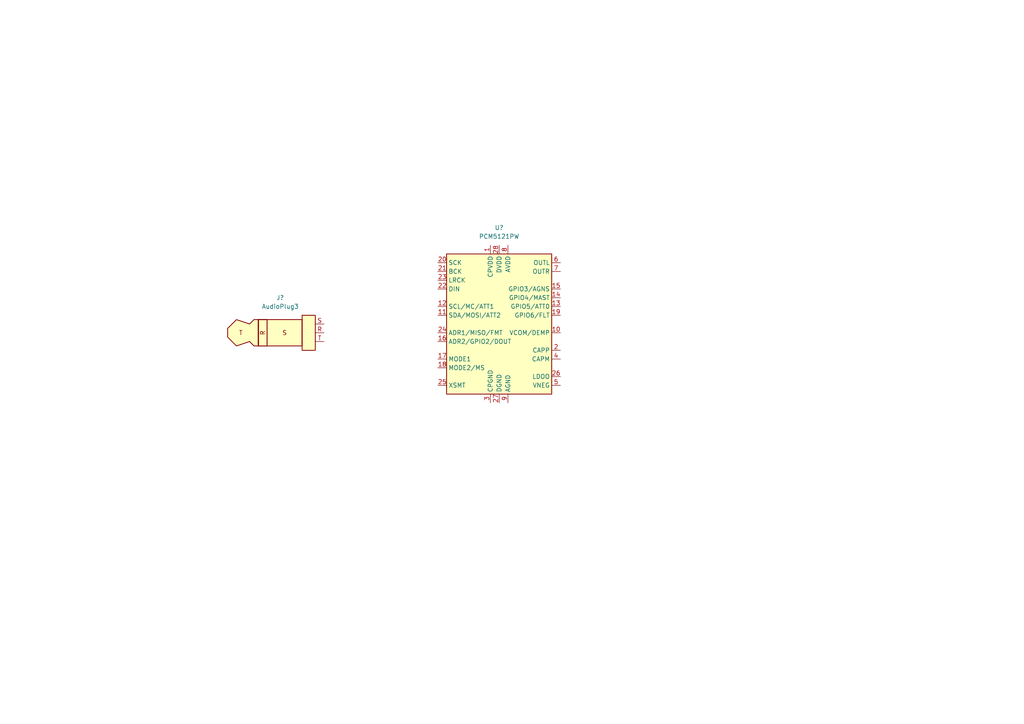
<source format=kicad_sch>
(kicad_sch (version 20201015) (generator eeschema)
  (paper "A4")
  (lib_symbols
    (symbol "Audio:PCM5121PW"
      (property "Reference" "U" (at -13.97 21.59 0))
      (property "Value" "PCM5121PW" (at 10.16 21.59 0))
      (symbol "PCM5121PW_0_1"
        (rectangle (start -15.24 20.32) (end 15.24 -20.32) (stroke (width 0.254)) (fill (type background)))
      )
      (symbol "PCM5121PW_1_1"
        (pin power_in line (at -2.54 22.86 270) (length 2.54) (name "CPVDD") (number "1"))
        (pin bidirectional line (at 17.78 -2.54 180) (length 2.54) (name "VCOM/DEMP") (number "10"))
        (pin bidirectional line (at -17.78 2.54 0) (length 2.54) (name "SDA/MOSI/ATT2") (number "11"))
        (pin input line (at -17.78 5.08 0) (length 2.54) (name "SCL/MC/ATT1") (number "12"))
        (pin bidirectional line (at 17.78 5.08 180) (length 2.54) (name "GPIO5/ATT0") (number "13"))
        (pin bidirectional line (at 17.78 7.62 180) (length 2.54) (name "GPIO4/MAST") (number "14"))
        (pin bidirectional line (at 17.78 10.16 180) (length 2.54) (name "GPIO3/AGNS") (number "15"))
        (pin bidirectional line (at -17.78 -5.08 0) (length 2.54) (name "ADR2/GPIO2/DOUT") (number "16"))
        (pin input line (at -17.78 -10.16 0) (length 2.54) (name "MODE1") (number "17"))
        (pin input line (at -17.78 -12.7 0) (length 2.54) (name "MODE2/MS") (number "18"))
        (pin bidirectional line (at 17.78 2.54 180) (length 2.54) (name "GPIO6/FLT") (number "19"))
        (pin passive line (at 17.78 -7.62 180) (length 2.54) (name "CAPP") (number "2"))
        (pin input line (at -17.78 17.78 0) (length 2.54) (name "SCK") (number "20"))
        (pin bidirectional line (at -17.78 15.24 0) (length 2.54) (name "BCK") (number "21"))
        (pin input line (at -17.78 10.16 0) (length 2.54) (name "DIN") (number "22"))
        (pin bidirectional line (at -17.78 12.7 0) (length 2.54) (name "LRCK") (number "23"))
        (pin bidirectional line (at -17.78 -2.54 0) (length 2.54) (name "ADR1/MISO/FMT") (number "24"))
        (pin input line (at -17.78 -17.78 0) (length 2.54) (name "XSMT") (number "25"))
        (pin passive line (at 17.78 -15.24 180) (length 2.54) (name "LDOO") (number "26"))
        (pin power_in line (at 0 -22.86 90) (length 2.54) (name "DGND") (number "27"))
        (pin power_in line (at 0 22.86 270) (length 2.54) (name "DVDD") (number "28"))
        (pin power_in line (at -2.54 -22.86 90) (length 2.54) (name "CPGND") (number "3"))
        (pin passive line (at 17.78 -10.16 180) (length 2.54) (name "CAPM") (number "4"))
        (pin passive line (at 17.78 -17.78 180) (length 2.54) (name "VNEG") (number "5"))
        (pin output line (at 17.78 17.78 180) (length 2.54) (name "OUTL") (number "6"))
        (pin output line (at 17.78 15.24 180) (length 2.54) (name "OUTR") (number "7"))
        (pin power_in line (at 2.54 22.86 270) (length 2.54) (name "AVDD") (number "8"))
        (pin power_in line (at 2.54 -22.86 90) (length 2.54) (name "AGND") (number "9"))
      )
    )
    (symbol "Connector:AudioPlug3"
      (property "Reference" "J" (at 1.27 6.35 0))
      (property "Value" "AudioPlug3" (at 1.27 -6.35 0))
      (symbol "AudioPlug3_0_0"
        (text "R" (at -2.54 0 900) (effects (font (size 1.27 1.27))))
      )
      (symbol "AudioPlug3_0_1"
        (rectangle (start -3.81 3.81) (end -1.27 -3.81) (stroke (width 0.254)))
        (rectangle (start -1.27 -1.27) (end -1.27 -1.27))
      )
      (symbol "AudioPlug3_1_0"
        (text "S" (at 3.81 0 0) (effects (font (size 1.27 1.27))))
        (text "T" (at -8.89 0 0) (effects (font (size 1.27 1.27))))
      )
      (symbol "AudioPlug3_1_1"
        (rectangle (start -3.81 3.81) (end 8.89 -3.81) (stroke (width 0.254)) (fill (type background)))
        (rectangle (start 12.7 5.08) (end 8.89 -5.08) (stroke (width 0.254)) (fill (type background)))
        (polyline (pts (xy -3.81 3.81) (xy -5.08 3.81) (xy -6.35 2.54) (xy -10.16 3.81) (xy -12.7 1.27) (xy -12.7 -1.27) (xy -10.16 -3.81) (xy -6.35 -2.54) (xy -5.08 -3.81) (xy -3.81 -3.81) (xy -3.81 3.81)) (stroke (width 0.254)) (fill (type background)))
        (pin passive line (at 15.24 0 180) (length 2.54) (name "~") (number "R"))
        (pin passive line (at 15.24 2.54 180) (length 2.54) (name "~") (number "S"))
        (pin passive line (at 15.24 -2.54 180) (length 2.54) (name "~") (number "T"))
      )
    )
  )
  (symbol (lib_id "Connector:AudioPlug3") (at 78.74 96.52 0) (unit 1)
    (property "Reference" "J?" (at 81.28 86.36 0))
    (property "Value" "AudioPlug3" (at 81.28 88.9 0))
  )
  (symbol (lib_id "Audio:PCM5121PW") (at 144.78 93.98 0) (unit 1)
    (property "Reference" "U?" (at 144.78 66.04 0))
    (property "Value" "PCM5121PW" (at 144.78 68.58 0))
    (property "Footprint" "Package_SO:TSSOP-28_4.4x9.7mm_P0.65mm" (effects hide))
    (property "Datasheet" "http://www.ti.com/lit/ds/symlink/pcm5121.pdf" (effects hide))
  )
)
</source>
